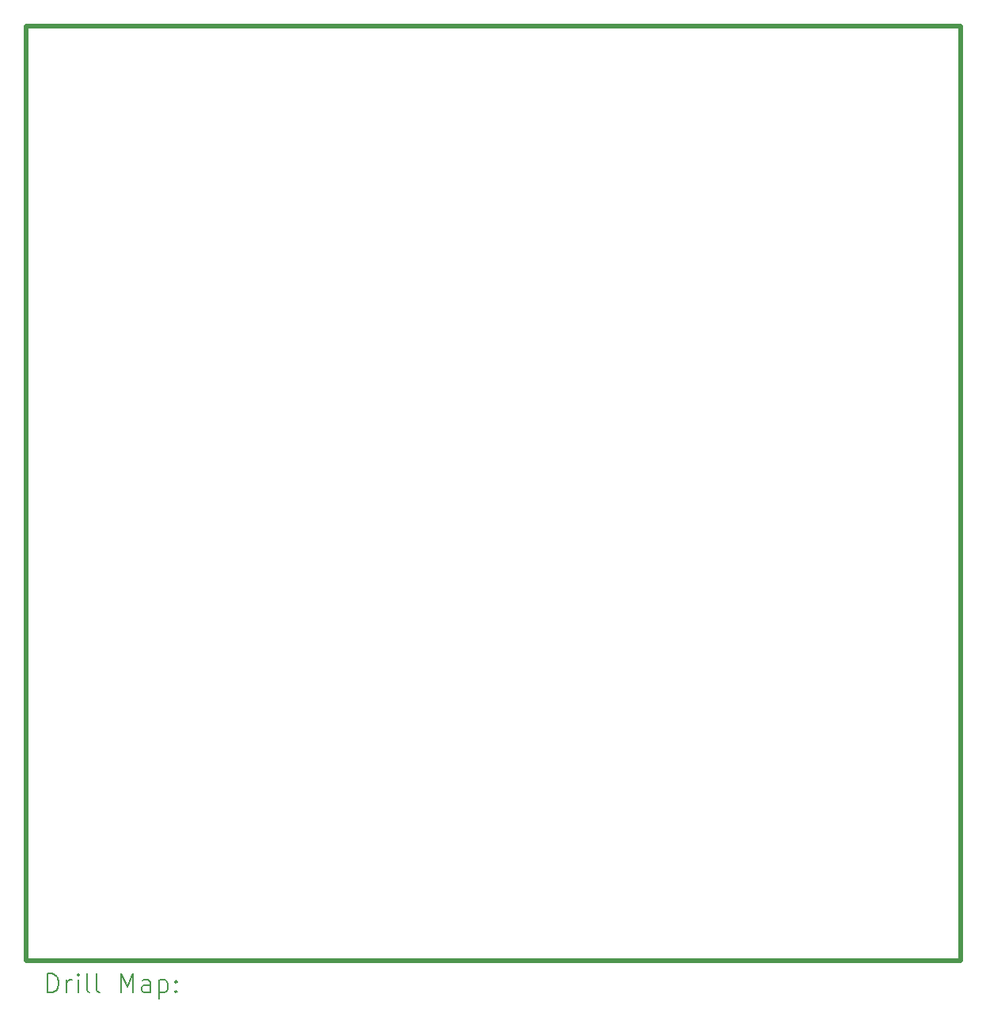
<source format=gbr>
%TF.GenerationSoftware,KiCad,Pcbnew,8.0.3*%
%TF.CreationDate,2025-01-02T16:49:17+10:30*%
%TF.ProjectId,tt06-vga-opamp,74743036-2d76-4676-912d-6f70616d702e,rev?*%
%TF.SameCoordinates,Original*%
%TF.FileFunction,Drillmap*%
%TF.FilePolarity,Positive*%
%FSLAX45Y45*%
G04 Gerber Fmt 4.5, Leading zero omitted, Abs format (unit mm)*
G04 Created by KiCad (PCBNEW 8.0.3) date 2025-01-02 16:49:17*
%MOMM*%
%LPD*%
G01*
G04 APERTURE LIST*
%ADD10C,0.500000*%
%ADD11C,0.200000*%
G04 APERTURE END LIST*
D10*
X7366000Y-5207000D02*
X17366000Y-5207000D01*
X17366000Y-15207000D01*
X7366000Y-15207000D01*
X7366000Y-5207000D01*
D11*
X7601777Y-15543484D02*
X7601777Y-15343484D01*
X7601777Y-15343484D02*
X7649396Y-15343484D01*
X7649396Y-15343484D02*
X7677967Y-15353008D01*
X7677967Y-15353008D02*
X7697015Y-15372055D01*
X7697015Y-15372055D02*
X7706539Y-15391103D01*
X7706539Y-15391103D02*
X7716062Y-15429198D01*
X7716062Y-15429198D02*
X7716062Y-15457769D01*
X7716062Y-15457769D02*
X7706539Y-15495865D01*
X7706539Y-15495865D02*
X7697015Y-15514912D01*
X7697015Y-15514912D02*
X7677967Y-15533960D01*
X7677967Y-15533960D02*
X7649396Y-15543484D01*
X7649396Y-15543484D02*
X7601777Y-15543484D01*
X7801777Y-15543484D02*
X7801777Y-15410150D01*
X7801777Y-15448246D02*
X7811301Y-15429198D01*
X7811301Y-15429198D02*
X7820824Y-15419674D01*
X7820824Y-15419674D02*
X7839872Y-15410150D01*
X7839872Y-15410150D02*
X7858920Y-15410150D01*
X7925586Y-15543484D02*
X7925586Y-15410150D01*
X7925586Y-15343484D02*
X7916062Y-15353008D01*
X7916062Y-15353008D02*
X7925586Y-15362531D01*
X7925586Y-15362531D02*
X7935110Y-15353008D01*
X7935110Y-15353008D02*
X7925586Y-15343484D01*
X7925586Y-15343484D02*
X7925586Y-15362531D01*
X8049396Y-15543484D02*
X8030348Y-15533960D01*
X8030348Y-15533960D02*
X8020824Y-15514912D01*
X8020824Y-15514912D02*
X8020824Y-15343484D01*
X8154158Y-15543484D02*
X8135110Y-15533960D01*
X8135110Y-15533960D02*
X8125586Y-15514912D01*
X8125586Y-15514912D02*
X8125586Y-15343484D01*
X8382729Y-15543484D02*
X8382729Y-15343484D01*
X8382729Y-15343484D02*
X8449396Y-15486341D01*
X8449396Y-15486341D02*
X8516063Y-15343484D01*
X8516063Y-15343484D02*
X8516063Y-15543484D01*
X8697015Y-15543484D02*
X8697015Y-15438722D01*
X8697015Y-15438722D02*
X8687491Y-15419674D01*
X8687491Y-15419674D02*
X8668444Y-15410150D01*
X8668444Y-15410150D02*
X8630348Y-15410150D01*
X8630348Y-15410150D02*
X8611301Y-15419674D01*
X8697015Y-15533960D02*
X8677967Y-15543484D01*
X8677967Y-15543484D02*
X8630348Y-15543484D01*
X8630348Y-15543484D02*
X8611301Y-15533960D01*
X8611301Y-15533960D02*
X8601777Y-15514912D01*
X8601777Y-15514912D02*
X8601777Y-15495865D01*
X8601777Y-15495865D02*
X8611301Y-15476817D01*
X8611301Y-15476817D02*
X8630348Y-15467293D01*
X8630348Y-15467293D02*
X8677967Y-15467293D01*
X8677967Y-15467293D02*
X8697015Y-15457769D01*
X8792253Y-15410150D02*
X8792253Y-15610150D01*
X8792253Y-15419674D02*
X8811301Y-15410150D01*
X8811301Y-15410150D02*
X8849396Y-15410150D01*
X8849396Y-15410150D02*
X8868444Y-15419674D01*
X8868444Y-15419674D02*
X8877967Y-15429198D01*
X8877967Y-15429198D02*
X8887491Y-15448246D01*
X8887491Y-15448246D02*
X8887491Y-15505388D01*
X8887491Y-15505388D02*
X8877967Y-15524436D01*
X8877967Y-15524436D02*
X8868444Y-15533960D01*
X8868444Y-15533960D02*
X8849396Y-15543484D01*
X8849396Y-15543484D02*
X8811301Y-15543484D01*
X8811301Y-15543484D02*
X8792253Y-15533960D01*
X8973205Y-15524436D02*
X8982729Y-15533960D01*
X8982729Y-15533960D02*
X8973205Y-15543484D01*
X8973205Y-15543484D02*
X8963682Y-15533960D01*
X8963682Y-15533960D02*
X8973205Y-15524436D01*
X8973205Y-15524436D02*
X8973205Y-15543484D01*
X8973205Y-15419674D02*
X8982729Y-15429198D01*
X8982729Y-15429198D02*
X8973205Y-15438722D01*
X8973205Y-15438722D02*
X8963682Y-15429198D01*
X8963682Y-15429198D02*
X8973205Y-15419674D01*
X8973205Y-15419674D02*
X8973205Y-15438722D01*
M02*

</source>
